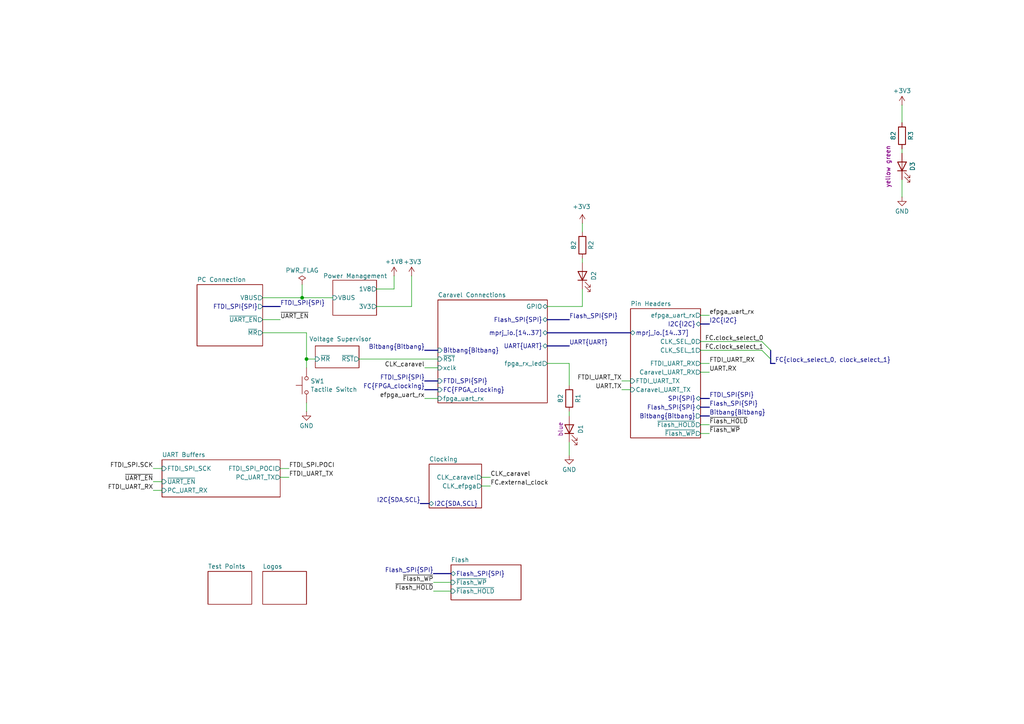
<source format=kicad_sch>
(kicad_sch (version 20231120) (generator "eeschema") (generator_version "8.0")
  (paper "A4")
  (title_block (title "FABulous Board") (date "2024-05-30") (rev "0.1.1"))
  (lib_symbols
    (symbol "Device:LED" (pin_numbers hide) (pin_names (offset 1.016) hide)
      (property "Reference" "D" (at 0 2.54 0))
      (property "Value" "LED" (at 0 -2.54 0))
      (symbol "LED_0_1"
        (polyline (pts (xy -1.27 -1.27) (xy -1.27 1.27)) (stroke (width 0.254)))
        (polyline (pts (xy -1.27 0) (xy 1.27 0)))
        (polyline (pts (xy 1.27 -1.27) (xy 1.27 1.27) (xy -1.27 0) (xy 1.27 -1.27)) (stroke (width 0.254)))
        (polyline (pts (xy -3.048 -0.762) (xy -4.572 -2.286) (xy -3.81 -2.286) (xy -4.572 -2.286) (xy -4.572 -1.524)))
        (polyline (pts (xy -1.778 -0.762) (xy -3.302 -2.286) (xy -2.54 -2.286) (xy -3.302 -2.286) (xy -3.302 -1.524)))
      )
      (symbol "LED_1_1"
        (pin passive line (at -3.81 0 0) (length 2.54) (name "K") (number "1"))
        (pin passive line (at 3.81 0 180) (length 2.54) (name "A") (number "2"))
      )
    )
    (symbol "Device:R" (pin_numbers hide) (pin_names (offset 0))
      (property "Reference" "R" (at 2.032 0 90))
      (property "Value" "R" (at 0 0 90))
      (symbol "R_0_1"
        (rectangle (start -1.016 -2.54) (end 1.016 2.54) (stroke (width 0.254)))
      )
      (symbol "R_1_1"
        (pin passive line (at 0 3.81 270) (length 1.27) (name "~") (number "1"))
        (pin passive line (at 0 -3.81 90) (length 1.27) (name "~") (number "2"))
      )
    )
    (symbol "Switch:SW_Push" (pin_numbers hide) (pin_names (offset 1.016) hide)
      (property "Reference" "SW" (at 1.27 2.54 0))
      (property "Value" "SW_Push" (at 0 -1.524 0))
      (symbol "SW_Push_0_1"
        (circle (center -2.032 0) (radius 0.508))
        (polyline (pts (xy 0 1.27) (xy 0 3.048)))
        (polyline (pts (xy 2.54 1.27) (xy -2.54 1.27)))
        (circle (center 2.032 0) (radius 0.508))
        (pin passive line (at -5.08 0 0) (length 2.54) (name "1") (number "1"))
        (pin passive line (at 5.08 0 180) (length 2.54) (name "2") (number "2"))
      )
    )
    (symbol "power:+1V8" (power) (pin_numbers hide) (pin_names (offset 0) hide)
      (property "Value" "+1V8" (at 0 3.556 0))
      (symbol "+1V8_0_1"
        (polyline (pts (xy -0.762 1.27) (xy 0 2.54)))
        (polyline (pts (xy 0 0) (xy 0 2.54)))
        (polyline (pts (xy 0 2.54) (xy 0.762 1.27)))
      )
      (symbol "+1V8_1_1"
        (pin power_in line (at 0 0 90) (length 0) (name "~") (number "1"))
      )
    )
    (symbol "power:+3V3" (power) (pin_numbers hide) (pin_names (offset 0) hide)
      (property "Value" "+3V3" (at 0 3.556 0))
      (symbol "+3V3_0_1"
        (polyline (pts (xy -0.762 1.27) (xy 0 2.54)))
        (polyline (pts (xy 0 0) (xy 0 2.54)))
        (polyline (pts (xy 0 2.54) (xy 0.762 1.27)))
      )
      (symbol "+3V3_1_1"
        (pin power_in line (at 0 0 90) (length 0) (name "~") (number "1"))
      )
    )
    (symbol "power:GND" (power) (pin_numbers hide) (pin_names (offset 0) hide)
      (property "Value" "GND" (at 0 -3.81 0))
      (symbol "GND_0_1"
        (polyline (pts (xy 0 0) (xy 0 -1.27) (xy 1.27 -1.27) (xy 0 -2.54) (xy -1.27 -1.27) (xy 0 -1.27)))
      )
      (symbol "GND_1_1"
        (pin power_in line (at 0 0 270) (length 0) (name "~") (number "1"))
      )
    )
    (symbol "power:PWR_FLAG" (power) (pin_numbers hide) (pin_names (offset 0) hide)
      (property "Value" "PWR_FLAG" (at 0 3.81 0))
      (symbol "PWR_FLAG_0_0"
        (pin power_out line (at 0 0 90) (length 0) (name "~") (number "1"))
      )
      (symbol "PWR_FLAG_0_1"
        (polyline (pts (xy 0 0) (xy 0 1.27) (xy -1.016 1.905) (xy 0 2.54) (xy 1.016 1.905) (xy 0 1.27)))
      )
    )
  )
  (bus_alias "Caravel_power" (members "vdda" "vdda1" "vdda2" "vddio" "vcdd" "vccd" "vccd1" "vccd2"))
  (bus_alias "SPI" (members "SCK" "CS" "POCI" "PICO"))
  (junction (at 88.9 104.14))
  (junction (at 87.63 86.36))
  (bus_entry (at 220.98 99.06) (size 2.54 2.54))
  (bus_entry (at 220.98 101.6) (size 2.54 2.54))
  (bus (pts (xy 223.52 101.6) (xy 223.52 104.14)))
  (wire (pts (xy 165.1 105.41) (xy 165.1 111.76)))
  (bus (pts (xy 203.2 118.11) (xy 205.74 118.11)))
  (wire (pts (xy 87.63 86.36) (xy 96.52 86.36)))
  (wire (pts (xy 88.9 104.14) (xy 91.44 104.14)))
  (wire (pts (xy 180.34 110.49) (xy 182.88 110.49)))
  (bus (pts (xy 223.52 105.41) (xy 224.79 105.41)))
  (wire (pts (xy 158.75 105.41) (xy 165.1 105.41)))
  (wire (pts (xy 139.7 138.43) (xy 142.24 138.43)))
  (wire (pts (xy 76.2 86.36) (xy 87.63 86.36)))
  (wire (pts (xy 168.91 74.93) (xy 168.91 76.2)))
  (wire (pts (xy 109.22 88.9) (xy 119.38 88.9)))
  (bus (pts (xy 127 110.49) (xy 123.19 110.49)))
  (wire (pts (xy 203.2 107.95) (xy 205.74 107.95)))
  (wire (pts (xy 125.73 171.45) (xy 130.81 171.45)))
  (wire (pts (xy 44.45 139.7) (xy 46.99 139.7)))
  (bus (pts (xy 203.2 120.65) (xy 205.74 120.65)))
  (wire (pts (xy 261.62 30.48) (xy 261.62 35.56)))
  (bus (pts (xy 123.19 113.03) (xy 127 113.03)))
  (bus (pts (xy 203.2 93.98) (xy 205.74 93.98)))
  (wire (pts (xy 125.73 168.91) (xy 130.81 168.91)))
  (wire (pts (xy 165.1 128.27) (xy 165.1 132.08)))
  (wire (pts (xy 180.34 113.03) (xy 182.88 113.03)))
  (wire (pts (xy 123.19 106.68) (xy 127 106.68)))
  (wire (pts (xy 168.91 64.77) (xy 168.91 67.31)))
  (wire (pts (xy 114.3 83.82) (xy 114.3 80.01)))
  (wire (pts (xy 139.7 140.97) (xy 142.24 140.97)))
  (wire (pts (xy 158.75 88.9) (xy 168.91 88.9)))
  (bus (pts (xy 125.73 166.37) (xy 130.81 166.37)))
  (wire (pts (xy 76.2 92.71) (xy 81.28 92.71)))
  (bus (pts (xy 158.75 92.71) (xy 165.1 92.71)))
  (wire (pts (xy 165.1 119.38) (xy 165.1 120.65)))
  (wire (pts (xy 88.9 116.84) (xy 88.9 119.38)))
  (wire (pts (xy 127 115.57) (xy 123.19 115.57)))
  (wire (pts (xy 203.2 99.06) (xy 220.98 99.06)))
  (wire (pts (xy 261.62 43.18) (xy 261.62 44.45)))
  (wire (pts (xy 76.2 96.52) (xy 88.9 96.52)))
  (bus (pts (xy 223.52 104.14) (xy 223.52 105.41)))
  (bus (pts (xy 158.75 100.33) (xy 165.1 100.33)))
  (wire (pts (xy 88.9 104.14) (xy 88.9 106.68)))
  (wire (pts (xy 109.22 83.82) (xy 114.3 83.82)))
  (wire (pts (xy 44.45 142.24) (xy 46.99 142.24)))
  (wire (pts (xy 168.91 83.82) (xy 168.91 88.9)))
  (wire (pts (xy 119.38 88.9) (xy 119.38 80.01)))
  (wire (pts (xy 203.2 123.19) (xy 205.74 123.19)))
  (bus (pts (xy 203.2 115.57) (xy 205.74 115.57)))
  (bus (pts (xy 76.2 88.9) (xy 81.28 88.9)))
  (wire (pts (xy 261.62 52.07) (xy 261.62 57.15)))
  (wire (pts (xy 81.28 135.89) (xy 83.82 135.89)))
  (bus (pts (xy 124.46 146.05) (xy 121.92 146.05)))
  (wire (pts (xy 88.9 96.52) (xy 88.9 104.14)))
  (wire (pts (xy 104.14 104.14) (xy 127 104.14)))
  (wire (pts (xy 203.2 91.44) (xy 205.74 91.44)))
  (wire (pts (xy 81.28 138.43) (xy 83.82 138.43)))
  (wire (pts (xy 203.2 125.73) (xy 205.74 125.73)))
  (bus (pts (xy 123.19 101.6) (xy 127 101.6)))
  (wire (pts (xy 203.2 101.6) (xy 220.98 101.6)))
  (wire (pts (xy 44.45 135.89) (xy 46.99 135.89)))
  (bus (pts (xy 158.75 96.52) (xy 182.88 96.52)))
  (wire (pts (xy 203.2 105.41) (xy 205.74 105.41)))
  (wire (pts (xy 87.63 82.55) (xy 87.63 86.36)))
  (label "FC.clock_select_1" (at 204.47 101.6 0))
  (label "FTDI_SPI{SPI}" (at 205.74 115.57 0))
  (label "UART.RX" (at 205.74 107.95 0))
  (label "~{UART_EN}" (at 44.45 139.7 180))
  (label "UART{UART}" (at 165.1 100.33 0))
  (label "FC.clock_select_0" (at 204.47 99.06 0))
  (label "CLK_caravel" (at 123.19 106.68 180))
  (label "UART.TX" (at 180.34 113.03 180))
  (label "~{Flash_WP}" (at 205.74 125.73 0))
  (label "FTDI_SPI{SPI}" (at 123.19 110.49 180))
  (label "FC{FPGA_clocking}" (at 123.19 113.03 180))
  (label "FTDI_UART_TX" (at 83.82 138.43 0))
  (label "FC.external_clock" (at 142.24 140.97 0))
  (label "Flash_SPI{SPI}" (at 125.73 166.37 180))
  (label "efpga_uart_rx" (at 205.74 91.44 0))
  (label "Bitbang{Bitbang}" (at 205.74 120.65 0))
  (label "~{Flash_WP}" (at 125.73 168.91 180))
  (label "I2C{I2C}" (at 205.74 93.98 0))
  (label "FTDI_SPI.POCI" (at 83.82 135.89 0))
  (label "CLK_caravel" (at 142.24 138.43 0))
  (label "FTDI_UART_RX" (at 205.74 105.41 0))
  (label "I2C{SDA,SCL}" (at 121.92 146.05 180))
  (label "FTDI_SPI.SCK" (at 44.45 135.89 180))
  (label "FTDI_SPI{SPI}" (at 81.28 88.9 0))
  (label "~{Flash_HOLD}" (at 125.73 171.45 180))
  (label "FTDI_UART_RX" (at 44.45 142.24 180))
  (label "~{Flash_HOLD}" (at 205.74 123.19 0))
  (label "Flash_SPI{SPI}" (at 165.1 92.71 0))
  (label "Flash_SPI{SPI}" (at 205.74 118.11 0))
  (label "~{UART_EN}" (at 81.28 92.71 0))
  (label "FC{clock_select_0, clock_select_1}" (at 224.79 105.41 0))
  (label "Bitbang{Bitbang}" (at 123.19 101.6 180))
  (label "FTDI_UART_TX" (at 180.34 110.49 180))
  (label "efpga_uart_rx" (at 123.19 115.57 180))
  (symbol (lib_id "Device:LED") (at 165.1 124.46 90) (unit 1)
    (property "Reference" "D1" (at 168.402 124.46 0))
    (property "Value" "C434440" (effects (hide yes)))
    (property "Footprint" "LED_SMD:LED_1206_3216Metric" (effects (hide yes)))
    (property "Description" "blue" (at 162.56 124.46 0))
    (property "LCSC Number" "C434440" (effects (hide yes)))
  )
  (symbol (lib_id "power:+3V3") (at 119.38 80.01 0) (unit 1)
    (property "Reference" "#PWR3" (effects (hide yes)))
    (property "Value" "+3V3" (at 119.634 75.946 0))
    (property "Description" "Power symbol creates a global label with name \"+3V3\"" (effects (hide yes)))
  )
  (symbol (lib_id "power:+1V8") (at 114.3 80.01 0) (unit 1)
    (property "Reference" "#PWR2" (effects (hide yes)))
    (property "Value" "+1V8" (at 114.3 75.8769 0))
    (property "Description" "Power symbol creates a global label with name \"+1V8\"" (effects (hide yes)))
  )
  (symbol (lib_id "Device:LED") (at 261.62 48.26 90) (unit 1)
    (property "Reference" "D3" (at 264.668 48.26 0))
    (property "Value" "C965826" (effects (hide yes)))
    (property "Footprint" "LED_SMD:LED_1206_3216Metric" (effects (hide yes)))
    (property "Description" "yellow green" (at 257.556 48.26 0))
    (property "LCSC" " C965826" (effects (hide yes)))
  )
  (symbol (lib_id "Device:LED") (at 168.91 80.01 90) (unit 1)
    (property "Reference" "D2" (at 172.212 80.01 0))
    (property "Value" "C965822" (effects (hide yes)))
    (property "Footprint" "LED_SMD:LED_1206_3216Metric" (effects (hide yes)))
    (property "Description" "Light emitting diode" (effects (hide yes)))
    (property "LCSC Number" " C3646937" (effects (hide yes)))
    (property "JLCPCB Rotation Offset" "180" (effects (hide yes)))
  )
  (symbol (lib_id "power:GND") (at 261.62 57.15 0) (unit 1)
    (property "Reference" "#PWR7" (effects (hide yes)))
    (property "Value" "GND" (at 261.62 61.2831 0))
    (property "Description" "Power symbol creates a global label with name \"GND\" , ground" (effects (hide yes)))
  )
  (symbol (lib_id "power:GND") (at 165.1 132.08 0) (unit 1)
    (property "Reference" "#PWR4" (effects (hide yes)))
    (property "Value" "GND" (at 165.1 136.2131 0))
    (property "Description" "Power symbol creates a global label with name \"GND\" , ground" (effects (hide yes)))
  )
  (symbol (lib_id "power:+3V3") (at 168.91 64.77 0) (unit 1)
    (property "Reference" "#PWR5" (effects (hide yes)))
    (property "Value" "+3V3" (at 168.656 59.944 0))
    (property "Description" "Power symbol creates a global label with name \"+3V3\"" (effects (hide yes)))
  )
  (symbol (lib_id "power:PWR_FLAG") (at 87.63 82.55 0) (unit 1)
    (property "Reference" "#FLG1" (effects (hide yes)))
    (property "Value" "PWR_FLAG" (at 87.63 78.4169 0))
    (property "Description" "Special symbol for telling ERC where power comes from" (effects (hide yes)))
  )
  (symbol (lib_id "power:GND") (at 88.9 119.38 0) (unit 1)
    (property "Reference" "#PWR1" (effects (hide yes)))
    (property "Value" "GND" (at 88.9 123.5131 0))
    (property "Description" "Power symbol creates a global label with name \"GND\" , ground" (effects (hide yes)))
  )
  (symbol (lib_id "Device:R") (at 165.1 115.57 0) (unit 1)
    (property "Reference" "R1" (at 167.64 115.57 90))
    (property "Value" "82" (at 162.56 115.57 90))
    (property "Footprint" "Resistor_SMD:R_0805_2012Metric" (effects (hide yes)))
    (property "Description" "Resistor" (effects (hide yes)))
  )
  (symbol (lib_id "Switch:SW_Push") (at 88.9 111.76 90) (unit 1)
    (property "Reference" "SW1" (at 90.043 110.5478 90) (effects (justify right)))
    (property "Value" "Tactile Switch" (at 90.043 112.9721 90) (effects (justify right)))
    (property "Footprint" "Button_Switch_SMD:SW_SPST_Omron_B3FS-101xP" (effects (hide yes)))
    (property "Description" "Push button switch, generic, two pins" (effects (hide yes)))
    (property "LCSC" "C5127964" (effects (hide yes)))
  )
  (symbol (lib_id "power:+3V3") (at 261.62 30.48 0) (unit 1)
    (property "Reference" "#PWR6" (effects (hide yes)))
    (property "Value" "+3V3" (at 261.62 26.3469 0))
    (property "Description" "Power symbol creates a global label with name \"+3V3\"" (effects (hide yes)))
  )
  (symbol (lib_id "Device:R") (at 261.62 39.37 0) (unit 1)
    (property "Reference" "R3" (at 264.16 39.37 90))
    (property "Value" "82" (at 259.08 39.37 90))
    (property "Footprint" "Resistor_SMD:R_0805_2012Metric" (effects (hide yes)))
    (property "Description" "Resistor" (effects (hide yes)))
  )
  (symbol (lib_id "Device:R") (at 168.91 71.12 0) (unit 1)
    (property "Reference" "R2" (at 171.45 71.12 90))
    (property "Value" "82" (at 166.37 71.12 90))
    (property "Footprint" "Resistor_SMD:R_0805_2012Metric" (effects (hide yes)))
    (property "Description" "Resistor" (effects (hide yes)))
  )
  (sheet (at 96.52 81.28) (size 12.7 10.16) (stroke (width 0.1524))
    (property "Sheetname" "Power Management" (at 93.726 80.772 0) (effects (justify left bottom)))
    (property "Sheetfile" "power.kicad_sch" (effects (hide yes)))
    (pin "1V8" output (at 109.22 83.82 0))
    (pin "3V3" output (at 109.22 88.9 0))
    (pin "VBUS" input (at 96.52 86.36 180))
  )
  (sheet (at 60.325 165.735) (size 12.7 9.525) (stroke (width 0.1524))
    (property "Sheetname" "Test Points" (at 60.325 165.0234 0) (effects (justify left bottom)))
    (property "Sheetfile" "test_points.kicad_sch" (effects (hide yes)))
  )
  (sheet (at 130.81 163.83) (size 20.32 10.16) (stroke (width 0.1524))
    (property "Sheetname" "Flash" (at 130.81 163.1184 0) (effects (justify left bottom)))
    (property "Sheetfile" "Flash.kicad_sch" (effects (hide yes)))
    (pin "Flash_SPI{SPI}" bidirectional (at 130.81 166.37 180))
    (pin "~{Flash_WP}" input (at 130.81 168.91 180))
    (pin "~{Flash_HOLD}" input (at 130.81 171.45 180))
  )
  (sheet (at 46.99 133.35) (size 34.29 10.795) (stroke (width 0.1524))
    (property "Sheetname" "UART Buffers" (at 46.99 132.6384 0) (effects (justify left bottom)))
    (property "Sheetfile" "uart_buffers.kicad_sch" (effects (hide yes)))
    (pin "~{UART_EN}" input (at 46.99 139.7 180))
    (pin "PC_UART_TX" output (at 81.28 138.43 0))
    (pin "PC_UART_RX" input (at 46.99 142.24 180))
    (pin "FTDI_SPI_SCK" input (at 46.99 135.89 180))
    (pin "FTDI_SPI_POCI" output (at 81.28 135.89 0))
  )
  (sheet (at 182.88 89.535) (size 20.32 37.465) (stroke (width 0.1524))
    (property "Sheetname" "Pin Headers" (at 182.88 88.8234 0) (effects (justify left bottom)))
    (property "Sheetfile" "pins.kicad_sch" (effects (hide yes)))
    (pin "mprj_io.[14..37]" bidirectional (at 182.88 96.52 180))
    (pin "CLK_SEL_0" output (at 203.2 99.06 0))
    (pin "CLK_SEL_1" output (at 203.2 101.6 0))
    (pin "I2C{I2C}" bidirectional (at 203.2 93.98 0))
    (pin "efpga_uart_rx" output (at 203.2 91.44 0))
    (pin "Caravel_UART_TX" input (at 182.88 113.03 180))
    (pin "FTDI_UART_RX" output (at 203.2 105.41 0))
    (pin "FTDI_UART_TX" input (at 182.88 110.49 180))
    (pin "Caravel_UART_RX" output (at 203.2 107.95 0))
    (pin "SPI{SPI}" bidirectional (at 203.2 115.57 0))
    (pin "Flash_SPI{SPI}" bidirectional (at 203.2 118.11 0))
    (pin "~{Flash_HOLD}" output (at 203.2 123.19 0))
    (pin "~{Flash_WP}" output (at 203.2 125.73 0))
    (pin "Bitbang{Bitbang}" output (at 203.2 120.65 0))
  )
  (sheet (at 91.44 100.33) (size 12.7 6.35) (stroke (width 0.1524))
    (property "Sheetname" "Voltage Supervisor" (at 89.662 99.06 0) (effects (justify left bottom)))
    (property "Sheetfile" "voltage_supervisor.kicad_sch" (effects (hide yes)))
    (pin "~{MR}" input (at 91.44 104.14 180))
    (pin "~{RST}" output (at 104.14 104.14 0))
  )
  (sheet (at 76.2 165.735) (size 12.7 9.525) (stroke (width 0.1524))
    (property "Sheetname" "Logos" (at 76.2 165.0234 0) (effects (justify left bottom)))
    (property "Sheetfile" "logos.kicad_sch" (effects (hide yes)))
  )
  (sheet (at 127 86.995) (size 31.75 29.845) (stroke (width 0.1524))
    (property "Sheetname" "Caravel Connections" (at 127 86.2834 0) (effects (justify left bottom)))
    (property "Sheetfile" "caravel_connections.kicad_sch" (effects (hide yes)))
    (pin "GPIO" bidirectional (at 158.75 88.9 0))
    (pin "xclk" input (at 127 106.68 180))
    (pin "~{RST}" input (at 127 104.14 180))
    (pin "Flash_SPI{SPI}" bidirectional (at 158.75 92.71 0))
    (pin "mprj_io.[14..37]" bidirectional (at 158.75 96.52 0))
    (pin "UART{UART}" bidirectional (at 158.75 100.33 0))
    (pin "FC{FPGA_clocking}" input (at 127 113.03 180))
    (pin "fpga_rx_led" output (at 158.75 105.41 0))
    (pin "fpga_uart_rx" input (at 127 115.57 180))
    (pin "FTDI_SPI{SPI}" input (at 127 110.49 180))
    (pin "Bitbang{Bitbang}" input (at 127 101.6 180))
  )
  (sheet (at 57.15 82.55) (size 19.05 17.78) (stroke (width 0.1524))
    (property "Sheetname" "PC Connection" (at 57.15 81.8384 0) (effects (justify left bottom)))
    (property "Sheetfile" "pc_connection.kicad_sch" (effects (hide yes)))
    (pin "~{MR}" output (at 76.2 96.52 0))
    (pin "~{UART_EN}" output (at 76.2 92.71 0))
    (pin "FTDI_SPI{SPI}" output (at 76.2 88.9 0))
    (pin "VBUS" output (at 76.2 86.36 0))
  )
  (sheet (at 124.46 134.62) (size 15.24 12.7) (stroke (width 0.1524))
    (property "Sheetname" "Clocking" (at 124.46 133.9084 0) (effects (justify left bottom)))
    (property "Sheetfile" "clocking.kicad_sch" (effects (hide yes)))
    (pin "I2C{SDA,SCL}" bidirectional (at 124.46 146.05 180))
    (pin "CLK_caravel" output (at 139.7 138.43 0))
    (pin "CLK_efpga" output (at 139.7 140.97 0))
  )
)
</source>
